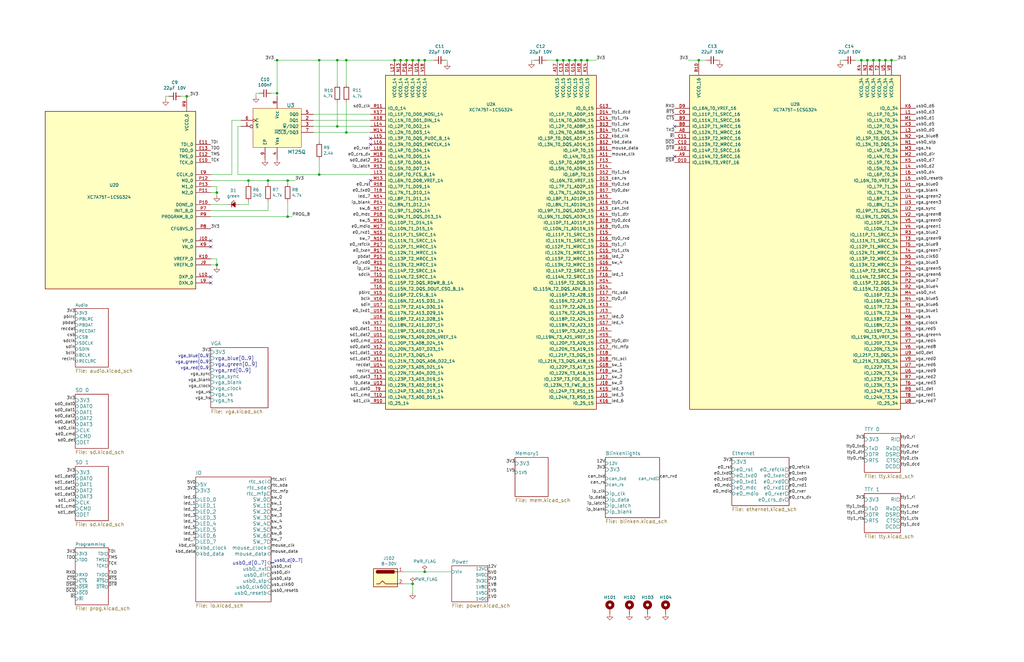
<source format=kicad_sch>
(kicad_sch (version 20211123) (generator eeschema)
  (paper "B")
  (title_block (title "Ammonite") (date "2022-01-11") (rev "${Version}") (company "RetroComputing Reproductions"))
  (junction (at 78.74 40.64))
  (junction (at 91.44 81.28))
  (junction (at 171.45 25.4))
  (junction (at 116.84 25.4))
  (junction (at 240.03 25.4))
  (junction (at 294.64 25.4))
  (junction (at 146.05 55.88))
  (junction (at 142.24 53.34))
  (junction (at 142.24 25.4))
  (junction (at 173.99 246.38))
  (junction (at 91.44 111.76))
  (junction (at 116.84 39.37))
  (junction (at 363.22 25.4))
  (junction (at 247.65 25.4))
  (junction (at 168.91 25.4))
  (junction (at 166.37 25.4))
  (junction (at 121.285 91.44))
  (junction (at 370.84 25.4))
  (junction (at 368.3 25.4))
  (junction (at 375.92 25.4))
  (junction (at 373.38 25.4))
  (junction (at 104.775 76.2))
  (junction (at 176.53 25.4))
  (junction (at 365.76 25.4))
  (junction (at 146.05 25.4))
  (junction (at 134.62 25.4))
  (junction (at 237.49 25.4))
  (junction (at 179.07 25.4))
  (junction (at 134.62 73.66))
  (junction (at 173.99 25.4))
  (junction (at 179.07 241.3))
  (junction (at 245.11 25.4))
  (junction (at 113.03 76.2))
  (junction (at 242.57 25.4))
  (junction (at 234.95 25.4))
  (junction (at 121.285 76.2))
  (no_connect (at 284.48 53.34))
  (no_connect (at 88.9 119.38))
  (no_connect (at 156.21 60.96))
  (no_connect (at 88.9 116.84))
  (no_connect (at 156.21 76.2))
  (no_connect (at 88.9 101.6))
  (no_connect (at 88.9 104.14))
  (no_connect (at 156.21 58.42))
  (no_connect (at 284.48 66.04))
  (wire (pts (xy 88.9 88.9) (xy 113.03 88.9)))
  (wire (pts (xy 113.03 76.2) (xy 113.03 77.47)))
  (wire (pts (xy 363.22 25.4) (xy 365.76 25.4)))
  (wire (pts (xy 237.49 25.4) (xy 234.95 25.4)))
  (wire (pts (xy 166.37 25.4) (xy 168.91 25.4)))
  (wire (pts (xy 132.08 48.26) (xy 156.21 48.26)))
  (wire (pts (xy 142.24 25.4) (xy 146.05 25.4)))
  (wire (pts (xy 91.44 109.22) (xy 91.44 111.76)))
  (wire (pts (xy 134.62 67.31) (xy 134.62 73.66)))
  (wire (pts (xy 173.99 246.38) (xy 170.18 246.38)))
  (wire (pts (xy 187.96 25.4) (xy 188.595 25.4)))
  (wire (pts (xy 100.33 53.34) (xy 101.6 53.34)))
  (wire (pts (xy 113.03 88.9) (xy 113.03 85.09)))
  (wire (pts (xy 132.08 50.8) (xy 156.21 50.8)))
  (wire (pts (xy 251.46 25.4) (xy 247.65 25.4)))
  (wire (pts (xy 375.92 25.4) (xy 378.46 25.4)))
  (wire (pts (xy 132.08 53.34) (xy 142.24 53.34)))
  (wire (pts (xy 242.57 25.4) (xy 240.03 25.4)))
  (wire (pts (xy 88.9 73.66) (xy 97.79 73.66)))
  (wire (pts (xy 107.95 40.64) (xy 107.95 39.37)))
  (wire (pts (xy 179.07 241.3) (xy 190.5 241.3)))
  (wire (pts (xy 121.285 77.47) (xy 121.285 76.2)))
  (wire (pts (xy 116.84 25.4) (xy 134.62 25.4)))
  (wire (pts (xy 134.62 25.4) (xy 142.24 25.4)))
  (wire (pts (xy 224.155 25.4) (xy 225.425 25.4)))
  (wire (pts (xy 302.895 25.4) (xy 303.53 25.4)))
  (wire (pts (xy 373.38 25.4) (xy 375.92 25.4)))
  (wire (pts (xy 134.62 25.4) (xy 134.62 59.69)))
  (wire (pts (xy 224.155 26.035) (xy 224.155 25.4)))
  (wire (pts (xy 173.99 250.19) (xy 173.99 246.38)))
  (wire (pts (xy 290.195 25.4) (xy 294.64 25.4)))
  (wire (pts (xy 100.33 73.66) (xy 100.33 53.34)))
  (wire (pts (xy 124.46 76.2) (xy 121.285 76.2)))
  (wire (pts (xy 91.44 81.28) (xy 91.44 78.74)))
  (wire (pts (xy 115.57 25.4) (xy 116.84 25.4)))
  (wire (pts (xy 240.03 25.4) (xy 237.49 25.4)))
  (wire (pts (xy 100.33 73.66) (xy 134.62 73.66)))
  (wire (pts (xy 354.33 25.4) (xy 355.6 25.4)))
  (wire (pts (xy 146.05 25.4) (xy 166.37 25.4)))
  (wire (pts (xy 88.9 111.76) (xy 91.44 111.76)))
  (wire (pts (xy 142.24 53.34) (xy 156.21 53.34)))
  (wire (pts (xy 170.18 241.3) (xy 179.07 241.3)))
  (wire (pts (xy 134.62 73.66) (xy 156.21 73.66)))
  (wire (pts (xy 97.79 50.8) (xy 97.79 73.66)))
  (wire (pts (xy 121.285 91.44) (xy 121.285 85.09)))
  (wire (pts (xy 100.965 86.36) (xy 104.775 86.36)))
  (wire (pts (xy 171.45 25.4) (xy 173.99 25.4)))
  (wire (pts (xy 294.64 25.4) (xy 297.815 25.4)))
  (wire (pts (xy 78.74 40.64) (xy 80.01 40.64)))
  (wire (pts (xy 69.85 40.64) (xy 71.12 40.64)))
  (wire (pts (xy 121.285 76.2) (xy 113.03 76.2)))
  (wire (pts (xy 121.285 91.44) (xy 123.19 91.44)))
  (wire (pts (xy 146.05 55.88) (xy 156.21 55.88)))
  (wire (pts (xy 360.68 25.4) (xy 363.22 25.4)))
  (wire (pts (xy 104.775 85.09) (xy 104.775 86.36)))
  (wire (pts (xy 188.595 25.4) (xy 188.595 26.67)))
  (wire (pts (xy 76.2 40.64) (xy 78.74 40.64)))
  (wire (pts (xy 168.91 25.4) (xy 171.45 25.4)))
  (wire (pts (xy 107.95 39.37) (xy 109.22 39.37)))
  (wire (pts (xy 69.85 41.91) (xy 69.85 40.64)))
  (wire (pts (xy 370.84 25.4) (xy 373.38 25.4)))
  (wire (pts (xy 365.76 25.4) (xy 368.3 25.4)))
  (wire (pts (xy 247.65 25.4) (xy 245.11 25.4)))
  (wire (pts (xy 114.3 39.37) (xy 116.84 39.37)))
  (wire (pts (xy 245.11 25.4) (xy 242.57 25.4)))
  (wire (pts (xy 116.84 25.4) (xy 116.84 39.37)))
  (bus (pts (xy 115.57 237.49) (xy 114.3 237.49)))
  (wire (pts (xy 179.07 25.4) (xy 182.88 25.4)))
  (wire (pts (xy 88.9 86.36) (xy 95.885 86.36)))
  (wire (pts (xy 88.9 76.2) (xy 104.775 76.2)))
  (wire (pts (xy 113.03 76.2) (xy 104.775 76.2)))
  (wire (pts (xy 142.24 43.18) (xy 142.24 53.34)))
  (wire (pts (xy 368.3 25.4) (xy 370.84 25.4)))
  (wire (pts (xy 132.08 55.88) (xy 146.05 55.88)))
  (wire (pts (xy 354.33 26.035) (xy 354.33 25.4)))
  (wire (pts (xy 116.84 39.37) (xy 116.84 40.64)))
  (wire (pts (xy 91.44 111.76) (xy 91.44 112.395)))
  (wire (pts (xy 88.9 81.28) (xy 91.44 81.28)))
  (wire (pts (xy 97.79 50.8) (xy 101.6 50.8)))
  (wire (pts (xy 91.44 82.55) (xy 91.44 81.28)))
  (wire (pts (xy 146.05 35.56) (xy 146.05 25.4)))
  (wire (pts (xy 104.775 76.2) (xy 104.775 77.47)))
  (wire (pts (xy 176.53 25.4) (xy 179.07 25.4)))
  (wire (pts (xy 88.9 91.44) (xy 121.285 91.44)))
  (wire (pts (xy 142.24 35.56) (xy 142.24 25.4)))
  (wire (pts (xy 146.05 43.18) (xy 146.05 55.88)))
  (wire (pts (xy 173.99 25.4) (xy 176.53 25.4)))
  (wire (pts (xy 88.9 109.22) (xy 91.44 109.22)))
  (wire (pts (xy 234.95 25.4) (xy 230.505 25.4)))
  (wire (pts (xy 303.53 25.4) (xy 303.53 26.035)))
  (wire (pts (xy 91.44 78.74) (xy 88.9 78.74)))
  (label "sw_7" (at 156.21 101.6 180))
  (label "3V3" (at 308.61 194.945 180))
  (label "~{CTS}" (at 284.48 50.8 180))
  (label "sd1_dat1" (at 31.75 204.47 180))
  (label "vga_hs" (at 386.08 63.5 0))
  (label "vga_blue1" (at 386.08 132.08 0))
  (label "sw_1" (at 257.81 154.94 0))
  (label "tty0_dsr" (at 379.73 191.77 0))
  (label "pblrc" (at 156.21 124.46 180))
  (label "sw_1" (at 114.3 213.36 0))
  (label "ip_data" (at 156.21 162.56 180))
  (label "sd0_cmd" (at 31.75 184.15 180))
  (label "RXD" (at 284.48 45.72 180))
  (label "sw_3" (at 257.81 157.48 0))
  (label "sd0_dat2" (at 31.75 176.53 180))
  (label "vga_blue7" (at 386.08 119.38 0))
  (label "tty1_dtr" (at 364.49 217.17 180))
  (label "3V3" (at 217.17 195.58 180))
  (label "sdin" (at 31.75 147.32 180))
  (label "TXD" (at 284.48 55.88 180))
  (label "tty1_dsr" (at 257.81 53.34 0))
  (label "sd0_clk" (at 31.75 181.61 180))
  (label "vga_blue3" (at 386.08 111.76 0))
  (label "sw_0" (at 114.3 210.82 0))
  (label "ip_clk" (at 156.21 114.3 180))
  (label "~{DTR}" (at 45.72 247.65 0))
  (label "tty1_ri" (at 379.73 210.82 0))
  (label "tty1_rxd" (at 379.73 214.63 0))
  (label "pbdat" (at 31.75 137.16 180))
  (label "led_6" (at 82.55 226.06 180))
  (label "e0_mdc" (at 156.21 91.44 180))
  (label "tty0_txd" (at 364.49 189.23 180))
  (label "usb0_nxt" (at 386.08 124.46 0))
  (label "vga_blue9" (at 386.08 104.14 0))
  (label "sw_2" (at 257.81 160.02 0))
  (label "e0_txd0" (at 308.61 200.66 180))
  (label "kbd_data" (at 257.81 60.96 0))
  (label "3V3" (at 115.57 25.4 180))
  (label "1V8" (at 205.74 247.65 0))
  (label "3V3" (at 255.27 198.12 180))
  (label "vga_green[0..9]" (at 88.9 153.67 180))
  (label "3V3" (at 364.49 185.42 180))
  (label "e0_mdio" (at 308.61 208.28 180))
  (label "tty1_cts" (at 257.81 106.68 0))
  (label "usb_clk60" (at 114.3 247.65 0))
  (label "ip_data" (at 255.27 210.82 180))
  (label "led_0" (at 257.81 134.62 0))
  (label "tty1_dsr" (at 379.73 217.17 0))
  (label "usb0_stp" (at 114.3 245.11 0))
  (label "vga_green4" (at 386.08 142.24 0))
  (label "3V3" (at 124.46 76.2 0))
  (label "tty1_txd" (at 364.49 214.63 180))
  (label "sd0_det" (at 31.75 186.69 180))
  (label "csb" (at 31.75 142.24 180))
  (label "~{DSR}" (at 31.75 247.65 180))
  (label "~{CTS}" (at 31.75 245.11 180))
  (label "recdat" (at 31.75 139.7 180))
  (label "vga_red7" (at 386.08 170.18 0))
  (label "TMS" (at 88.9 66.04 0))
  (label "vga_green6" (at 386.08 116.84 0))
  (label "sw_6" (at 156.21 88.9 180))
  (label "e0_mdc" (at 308.61 205.74 180))
  (label "e0_crs_dv" (at 332.74 210.82 0))
  (label "tty0_rxd" (at 257.81 101.6 0))
  (label "sd1_dat2" (at 156.21 142.24 180))
  (label "rtc_mfp" (at 257.81 147.32 0))
  (label "sw_5" (at 156.21 93.98 180))
  (label "usb0_d2" (at 386.08 71.12 0))
  (label "sd1_dat1" (at 156.21 149.86 180))
  (label "tty1_dtr" (at 257.81 91.44 0))
  (label "led_1" (at 257.81 116.84 0))
  (label "vga_red5" (at 386.08 139.7 0))
  (label "sd0_dat3" (at 31.75 179.07 180))
  (label "vga_green0" (at 386.08 93.98 0))
  (label "reclrc" (at 31.75 152.4 180))
  (label "led_6" (at 257.81 170.18 0))
  (label "pblrc" (at 31.75 134.62 180))
  (label "5V0" (at 82.55 204.47 180))
  (label "e0_rxer" (at 156.21 63.5 180))
  (label "vga_blue6" (at 386.08 129.54 0))
  (label "ip_latch" (at 255.27 213.36 180))
  (label "sd1_dat0" (at 31.75 201.93 180))
  (label "recdat" (at 156.21 154.94 180))
  (label "e0_rxer" (at 332.74 208.28 0))
  (label "tty1_rxd" (at 257.81 55.88 0))
  (label "3V3" (at 31.75 168.91 180))
  (label "tty1_dcd" (at 379.73 222.25 0))
  (label "tty0_txd" (at 257.81 78.74 0))
  (label "csb" (at 156.21 137.16 180))
  (label "sd0_dat1" (at 31.75 173.99 180))
  (label "vga_green3" (at 386.08 86.36 0))
  (label "e0_rxd0" (at 156.21 111.76 180))
  (label "led_3" (at 82.55 218.44 180))
  (label "usb0_d6" (at 386.08 45.72 0))
  (label "rtc_scl" (at 114.3 203.2 0))
  (label "pbdat" (at 156.21 109.22 180))
  (label "sd0_dat2" (at 156.21 68.58 180))
  (label "~{RTS}" (at 284.48 48.26 180))
  (label "bclk" (at 31.75 149.86 180))
  (label "usb0_d[0..7]" (at 115.57 237.49 0))
  (label "e0_rxd0" (at 332.74 203.2 0))
  (label "sw_5" (at 114.3 223.52 0))
  (label "sd1_clk" (at 156.21 170.18 180))
  (label "tty0_ri" (at 257.81 127 0))
  (label "sd1_cmd" (at 31.75 214.63 180))
  (label "can_rxd" (at 278.13 201.93 0))
  (label "led_0" (at 82.55 210.82 180))
  (label "vga_blue2" (at 386.08 99.06 0))
  (label "3V3" (at 88.9 96.52 0))
  (label "e0_txd0" (at 156.21 81.28 180))
  (label "can_txd" (at 257.81 88.9 0))
  (label "3V3" (at 364.49 210.82 180))
  (label "3V3" (at 290.195 25.4 180))
  (label "vga_green1" (at 386.08 96.52 0))
  (label "e0_rst" (at 308.61 198.12 180))
  (label "tty0_dsr" (at 257.81 81.28 0))
  (label "e0_refclk" (at 332.74 198.12 0))
  (label "ip_clk" (at 255.27 208.28 180))
  (label "TDO" (at 88.9 63.5 0))
  (label "led_4" (at 257.81 137.16 0))
  (label "kbd_clk" (at 82.55 231.14 180))
  (label "~{RTS}" (at 45.72 245.11 0))
  (label "usb0_d0" (at 386.08 55.88 0))
  (label "ip_blank" (at 156.21 86.36 180))
  (label "led_2" (at 257.81 109.22 0))
  (label "e0_rxd1" (at 156.21 99.06 180))
  (label "usb0_d1" (at 386.08 50.8 0))
  (label "vga_blue8" (at 386.08 58.42 0))
  (label "e0_crs_dv" (at 156.21 66.04 180))
  (label "e0_refclk" (at 156.21 104.14 180))
  (label "tty1_ri" (at 257.81 104.14 0))
  (label "~{DCD}" (at 284.48 60.96 180))
  (label "RXD" (at 31.75 242.57 180))
  (label "vga_clock" (at 88.9 163.83 180))
  (label "vga_green8" (at 386.08 91.44 0))
  (label "bclk" (at 156.21 127 180))
  (label "vga_blank" (at 386.08 81.28 0))
  (label "sd0_det" (at 386.08 149.86 0))
  (label "e0_mdio" (at 156.21 96.52 180))
  (label "ip_blank" (at 255.27 215.9 180))
  (label "can_rs" (at 255.27 204.47 180))
  (label "tty1_rts" (at 364.49 219.71 180))
  (label "vga_red8" (at 386.08 147.32 0))
  (label "sd1_cmd" (at 156.21 167.64 180))
  (label "mouse_clk" (at 114.3 231.14 0))
  (label "vga_red1" (at 386.08 167.64 0))
  (label "led_7" (at 82.55 228.6 180))
  (label "1V5" (at 205.74 250.19 0))
  (label "led_5" (at 82.55 223.52 180))
  (label "vga_red6" (at 386.08 154.94 0))
  (label "sd1_dat3" (at 156.21 152.4 180))
  (label "led_5" (at 257.81 167.64 0))
  (label "ip_latch" (at 156.21 71.12 180))
  (label "sw_0" (at 257.81 162.56 0))
  (label "5V0" (at 205.74 242.57 0))
  (label "vga_red[0..9]" (at 88.9 156.21 180))
  (label "vga_blue[0..9]" (at 88.9 151.13 180))
  (label "reclrc" (at 156.21 157.48 180))
  (label "TDI" (at 45.72 233.68 0))
  (label "TDI" (at 88.9 60.96 0))
  (label "led_4" (at 82.55 220.98 180))
  (label "e0_txen" (at 156.21 106.68 180))
  (label "sd1_dat3" (at 31.75 209.55 180))
  (label "tty0_cts" (at 379.73 194.31 0))
  (label "3V3" (at 88.9 148.59 180))
  (label "sd1_dat0" (at 156.21 165.1 180))
  (label "vga_sync" (at 386.08 88.9 0))
  (label "vga_vs" (at 386.08 134.62 0))
  (label "tty0_dcd" (at 379.73 196.85 0))
  (label "tty0_ri" (at 379.73 185.42 0))
  (label "~{RI}" (at 31.75 252.73 180))
  (label "3V3" (at 31.75 132.08 180))
  (label "vga_red0" (at 386.08 152.4 0))
  (label "tty1_cts" (at 379.73 219.71 0))
  (label "3V3" (at 378.46 25.4 0))
  (label "tty0_dtr" (at 364.49 191.77 180))
  (label "usb_clk60" (at 386.08 109.22 0))
  (label "sdin" (at 156.21 129.54 180))
  (label "PROG_B" (at 123.19 91.44 0))
  (label "vga_hs" (at 88.9 168.91 180))
  (label "vga_blue4" (at 386.08 121.92 0))
  (label "~{RI}" (at 284.48 58.42 180))
  (label "vga_green9" (at 386.08 101.6 0))
  (label "sw_6" (at 114.3 226.06 0))
  (label "TCK" (at 45.72 238.76 0))
  (label "tty1_txd" (at 257.81 73.66 0))
  (label "~{DSR}" (at 284.48 68.58 180))
  (label "e0_rxd1" (at 332.74 205.74 0))
  (label "vga_red4" (at 386.08 144.78 0))
  (label "led_3" (at 257.81 165.1 0))
  (label "vga_red9" (at 386.08 157.48 0))
  (label "vga_blank" (at 88.9 161.29 180))
  (label "1V0" (at 205.74 252.73 0))
  (label "sd1_clk" (at 31.75 212.09 180))
  (label "3V3" (at 80.01 40.64 0))
  (label "sw_7" (at 114.3 228.6 0))
  (label "~{DCD}" (at 31.75 250.19 180))
  (label "sdclk" (at 156.21 116.84 180))
  (label "kbd_clk" (at 257.81 58.42 0))
  (label "sd0_cmd" (at 156.21 144.78 180))
  (label "usb0_nxt" (at 114.3 240.03 0))
  (label "TDO" (at 31.75 236.22 180))
  (label "sd0_clk" (at 156.21 45.72 180))
  (label "1V5" (at 217.17 199.39 180))
  (label "sd0_dat0" (at 31.75 171.45 180))
  (label "tty0_dtr" (at 257.81 144.78 0))
  (label "usb0_d3" (at 386.08 48.26 0))
  (label "vga_red2" (at 386.08 160.02 0))
  (label "sdclk" (at 31.75 144.78 180))
  (label "vga_green5" (at 386.08 114.3 0))
  (label "3V3" (at 31.75 199.39 180))
  (label "mouse_data" (at 257.81 63.5 0))
  (label "12V" (at 255.27 195.58 180))
  (label "vga_blue5" (at 386.08 127 0))
  (label "mouse_clk" (at 257.81 66.04 0))
  (label "usb0_d4" (at 386.08 73.66 0))
  (label "usb0_dir" (at 386.08 66.04 0))
  (label "TCK" (at 88.9 68.58 0))
  (label "tty0_rxd" (at 379.73 189.23 0))
  (label "3V3" (at 251.46 25.4 0))
  (label "led_1" (at 82.55 213.36 180))
  (label "can_txd" (at 255.27 201.93 180))
  (label "vga_clock" (at 386.08 137.16 0))
  (label "sd1_dat2" (at 31.75 207.01 180))
  (label "kbd_data" (at 82.55 233.68 180))
  (label "e0_txen" (at 332.74 200.66 0))
  (label "rtc_sda" (at 257.81 124.46 0))
  (label "sw_4" (at 257.81 111.76 0))
  (label "usb0_d5" (at 386.08 53.34 0))
  (label "mouse_data" (at 114.3 233.68 0))
  (label "vga_sync" (at 88.9 158.75 180))
  (label "vga_green2" (at 386.08 83.82 0))
  (label "vga_vs" (at 88.9 166.37 180))
  (label "sd0_dat1" (at 156.21 139.7 180))
  (label "tty0_rts" (at 364.49 194.31 180))
  (label "vga_red3" (at 386.08 162.56 0))
  (label "3V3" (at 31.75 233.68 180))
  (label "tty1_rts" (at 257.81 50.8 0))
  (label "vga_green7" (at 386.08 106.68 0))
  (label "12V" (at 205.74 240.03 0))
  (label "usb0_d7" (at 386.08 68.58 0))
  (label "sd0_dat0" (at 156.21 147.32 180))
  (label "sd0_dat3" (at 156.21 160.02 180))
  (label "usb0_resetb" (at 386.08 76.2 0))
  (label "led_7" (at 156.21 83.82 180))
  (label "3V3" (at 205.74 245.11 0))
  (label "e0_txd1" (at 156.21 132.08 180))
  (label "usb0_stp" (at 386.08 60.96 0))
  (label "can_rs" (at 257.81 76.2 0))
  (label "tty0_rts" (at 257.81 86.36 0))
  (label "rtc_mfp" (at 114.3 208.28 0))
  (label "led_2" (at 82.55 215.9 180))
  (label "sd1_det" (at 386.08 165.1 0))
  (label "TMS" (at 45.72 236.22 0))
  (label "sw_4" (at 114.3 220.98 0))
  (label "TXD" (at 45.72 242.57 0))
  (label "e0_txd1" (at 308.61 203.2 180))
  (label "sw_3" (at 114.3 218.44 0))
  (label "rtc_sda" (at 114.3 205.74 0))
  (label "usb0_dir" (at 114.3 242.57 0))
  (label "~{DTR}" (at 284.48 63.5 180))
  (label "tty0_cts" (at 257.81 96.52 0))
  (label "tty1_dcd" (at 257.81 48.26 0))
  (label "rtc_scl" (at 257.81 152.4 0))
  (label "e0_rst" (at 156.21 78.74 180))
  (label "sd1_det" (at 31.75 217.17 180))
  (label "3V3" (at 82.55 207.01 180))
  (label "tty0_dcd" (at 257.81 93.98 0))
  (label "vga_blue0" (at 386.08 78.74 0))
  (label "sw_2" (at 114.3 215.9 0))
  (label "usb0_resetb" (at 114.3 250.19 0))
  (symbol (lib_id "Connector:Barrel_Jack") (at 162.56 243.84 0) (unit 1)
    (property "Reference" "J102" (at 164.0078 235.585 0))
    (property "Value" "8-30V" (at 164.0078 237.8964 0))
    (property "Footprint" "Connector_BarrelJack:BarrelJack_CUI_PJ-063AH_Horizontal" (effects hide))
    (property "manf#" "PJ-063AH" (effects hide))
  )
  (symbol (lib_id "power:GND") (at 173.99 250.19 0) (unit 1)
    (property "Reference" "#PWR0101" (effects hide))
    (property "Value" "GND" (effects hide))
  )
  (symbol (lib_id "Mechanical:MountingHole_Pad") (at 257.175 256.54 0) (unit 1)
    (property "Reference" "H101" (at 254.635 252.095 0) (effects (justify left)))
    (property "Value" "MountingHole_Pad" (effects hide))
    (property "Footprint" "MountingHole:MountingHole_3.2mm_M3_DIN965_Pad" (effects hide))
    (property "DNP" "x" (effects hide))
  )
  (symbol (lib_id "power:GND") (at 257.175 259.08 0) (unit 1)
    (property "Reference" "#PWR0102" (effects hide))
    (property "Value" "GND" (effects hide))
  )
  (symbol (lib_id "Mechanical:MountingHole_Pad") (at 265.43 256.54 0) (unit 1)
    (property "Reference" "H102" (at 262.89 252.095 0) (effects (justify left)))
    (property "Value" "MountingHole_Pad" (effects hide))
    (property "Footprint" "MountingHole:MountingHole_3.2mm_M3_DIN965_Pad" (effects hide))
    (property "DNP" "x" (effects hide))
  )
  (symbol (lib_id "power:GND") (at 265.43 259.08 0) (unit 1)
    (property "Reference" "#PWR0103" (effects hide))
    (property "Value" "GND" (effects hide))
  )
  (symbol (lib_id "Mechanical:MountingHole_Pad") (at 273.05 256.54 0) (unit 1)
    (property "Reference" "H103" (at 270.51 252.095 0) (effects (justify left)))
    (property "Value" "MountingHole_Pad" (effects hide))
    (property "Footprint" "MountingHole:MountingHole_3.2mm_M3_DIN965_Pad" (effects hide))
    (property "DNP" "x" (effects hide))
  )
  (symbol (lib_id "power:GND") (at 273.05 259.08 0) (unit 1)
    (property "Reference" "#PWR0104" (effects hide))
    (property "Value" "GND" (effects hide))
  )
  (symbol (lib_id "Mechanical:MountingHole_Pad") (at 280.67 256.54 0) (unit 1)
    (property "Reference" "H104" (at 278.13 252.095 0) (effects (justify left)))
    (property "Value" "MountingHole_Pad" (effects hide))
    (property "Footprint" "MountingHole:MountingHole_3.2mm_M3_DIN965_Pad" (effects hide))
    (property "DNP" "x" (effects hide))
  )
  (symbol (lib_id "power:GND") (at 280.67 259.08 0) (unit 1)
    (property "Reference" "#PWR0105" (effects hide))
    (property "Value" "GND" (effects hide))
  )
  (symbol (lib_id "power:PWR_FLAG") (at 179.07 241.3 0) (unit 1)
    (property "Reference" "#FLG0102" (effects hide))
    (property "Value" "PWR_FLAG" (at 179.07 236.9058 0))
  )
  (symbol (lib_id "power:PWR_FLAG") (at 173.99 246.38 0) (unit 1)
    (property "Reference" "#FLG0103" (effects hide))
    (property "Value" "PWR_FLAG" (at 179.705 244.475 0))
  )
  (symbol (lib_id "Device:C_Small") (at 227.965 25.4 90) (unit 1)
    (property "Reference" "C12" (at 227.965 19.5834 90))
    (property "Value" "22µF 10V" (at 227.965 21.8948 90))
    (property "Footprint" "Capacitor_SMD:C_0603_1608Metric" (effects hide))
    (property "Description" "Cap 22uF 10V 0603" (effects hide))
    (property "type" "SMD" (effects hide))
  )
  (symbol (lib_id "power:GND") (at 107.95 40.64 0) (unit 1)
    (property "Reference" "#PWR0241" (effects hide))
    (property "Value" "GND" (effects hide))
  )
  (symbol (lib_id "power:GND") (at 188.595 26.67 0) (unit 1)
    (property "Reference" "#PWR0248" (effects hide))
    (property "Value" "GND" (effects hide))
  )
  (symbol (lib_id "Device:C_Small") (at 185.42 25.4 90) (unit 1)
    (property "Reference" "C11" (at 185.42 19.5834 90))
    (property "Value" "22µF 10V" (at 185.42 21.8948 90))
    (property "Footprint" "Capacitor_SMD:C_0603_1608Metric" (effects hide))
    (property "Description" "Cap 22uF 10V 0603" (effects hide))
    (property "type" "SMD" (effects hide))
  )
  (symbol (lib_id "Device:R") (at 134.62 63.5 0) (mirror y) (unit 1)
    (property "Reference" "R9" (at 136.3472 62.3316 0) (effects (justify right)))
    (property "Value" "2.4k" (at 136.3472 64.643 0) (effects (justify right)))
    (property "Footprint" "Resistor_SMD:R_0603_1608Metric" (effects hide))
    (property "type" "SMD" (effects hide))
    (property "Description" "Res 2.4k 0603" (effects hide))
  )
  (symbol (lib_id "Device:C_Small") (at 73.66 40.64 90) (unit 1)
    (property "Reference" "C9" (at 73.66 34.8234 90))
    (property "Value" "22µF 10V" (at 73.66 37.1348 90))
    (property "Footprint" "Capacitor_SMD:C_0603_1608Metric" (effects hide))
    (property "Description" "Cap 22uF 10V 0603" (effects hide))
    (property "type" "SMD" (effects hide))
  )
  (symbol (lib_id "Device:R") (at 104.775 81.28 0) (mirror y) (unit 1)
    (property "Reference" "R6" (at 106.553 80.1116 0) (effects (justify right)))
    (property "Value" "240" (at 106.553 82.423 0) (effects (justify right)))
    (property "Footprint" "Resistor_SMD:R_0603_1608Metric" (effects hide))
    (property "type" "SMD" (effects hide))
    (property "Description" "Res 240 0603" (effects hide))
  )
  (symbol (lib_id "power:GND") (at 116.84 67.31 0) (unit 1)
    (property "Reference" "#PWR0243" (effects hide))
    (property "Value" "GND" (effects hide))
  )
  (symbol (lib_id "Device:R") (at 121.285 81.28 0) (mirror y) (unit 1)
    (property "Reference" "R8" (at 123.063 80.1116 0) (effects (justify right)))
    (property "Value" "4.7k" (at 123.063 82.423 0) (effects (justify right)))
    (property "Footprint" "Resistor_SMD:R_0603_1608Metric" (effects hide))
    (property "type" "SMD" (effects hide))
    (property "Description" "Res 4.7k 0603" (effects hide))
  )
  (symbol (lib_id "FPGA_Xilinx_Artix7:XC7A75T-CSG324") (at 207.01 99.06 0) (unit 1)
    (property "Reference" "U2" (at 207.01 44.0182 0))
    (property "Value" "XC7A75T-1CSG324" (at 207.01 46.3296 0))
    (property "Footprint" "Package_BGA:Xilinx_CSG324" (effects hide))
    (property "manf#" "XC7A75T-1CSG324C" (effects hide))
    (property "Manu" "Xilinx" (effects hide))
    (property "Description" "Xilinx Artix-7 FPGA" (effects hide))
    (property "type" "SMD" (effects hide))
  )
  (symbol (lib_id "power:GND") (at 354.33 26.035 0) (unit 1)
    (property "Reference" "#PWR0249" (effects hide))
    (property "Value" "GND" (effects hide))
  )
  (symbol (lib_id "FPGA_Xilinx_Artix7:XC7A75T-CSG324") (at 50.8 81.28 0) (unit 4)
    (property "Reference" "U2" (at 50.165 78.105 0) (effects (justify right)))
    (property "Value" "XC7A75T-1CSG324" (at 55.245 83.185 0) (effects (justify right)))
    (property "Footprint" "Package_BGA:Xilinx_CSG324" (effects hide))
    (property "manf#" "XC7A75T-1CSG324C" (effects hide))
    (property "Manu" "Xilinx" (effects hide))
    (property "Description" "Xilinx Artix-7 FPGA" (effects hide))
    (property "type" "SMD" (effects hide))
  )
  (symbol (lib_id "myLib:MT25Q-mlp8") (at 116.84 53.34 0) (unit 1)
    (property "Reference" "U3" (at 122.555 44.45 0) (effects (font (size 1.524 1.524))))
    (property "Value" "MT25Q" (at 125.095 64.135 0) (effects (font (size 1.524 1.524))))
    (property "Footprint" "Package_DFN_QFN:DFN-8-1EP_6x5mm_P1.27mm_EP4x4mm" (effects hide))
    (property "Datasheet" "https://www.micron.com/~/media/documents/products/data-sheet/nor-flash/serial-nor/mt25q/die-rev-a/mt25q_qljs_l_256_aba_0.pdf" (effects hide))
    (property "manf#" "MT25QL128ABA1EW7-0SIT" (effects hide))
    (property "Description" "Serial Flash Memory 128Mb" (effects hide))
    (property "Manu" "Micron" (effects hide))
    (property "type" "SMD" (effects hide))
  )
  (symbol (lib_id "Device:R") (at 146.05 39.37 0) (mirror y) (unit 1)
    (property "Reference" "R11" (at 148.59 38.0999 0) (effects (justify right)))
    (property "Value" "4.7k" (at 148.59 40.6399 0) (effects (justify right)))
    (property "Footprint" "Resistor_SMD:R_0603_1608Metric" (effects hide))
    (property "type" "SMD" (effects hide))
    (property "Description" "Res 4.7k 0603" (effects hide))
  )
  (symbol (lib_id "Device:C_Small") (at 111.76 39.37 90) (unit 1)
    (property "Reference" "C10" (at 111.76 33.5534 90))
    (property "Value" "100nF" (at 111.76 35.8648 90))
    (property "Footprint" "Capacitor_SMD:C_0603_1608Metric" (effects hide))
    (property "Description" "Cap 100nF 0603" (effects hide))
    (property "type" "SMD" (effects hide))
  )
  (symbol (lib_id "Device:R") (at 142.24 39.37 0) (mirror y) (unit 1)
    (property "Reference" "R10" (at 140.5128 38.2016 0) (effects (justify left)))
    (property "Value" "4.7k" (at 140.5128 40.513 0) (effects (justify left)))
    (property "Footprint" "Resistor_SMD:R_0603_1608Metric" (effects hide))
    (property "type" "SMD" (effects hide))
    (property "Description" "Res 4.7k 0603" (effects hide))
  )
  (symbol (lib_id "power:GND") (at 224.155 26.035 0) (unit 1)
    (property "Reference" "#PWR0247" (effects hide))
    (property "Value" "GND" (effects hide))
  )
  (symbol (lib_id "Device:C_Small") (at 358.14 25.4 90) (unit 1)
    (property "Reference" "C14" (at 358.14 19.5834 90))
    (property "Value" "22µF 10V" (at 358.14 21.8948 90))
    (property "Footprint" "Capacitor_SMD:C_0603_1608Metric" (effects hide))
    (property "Description" "Cap 22uF 10V 0603" (effects hide))
    (property "type" "SMD" (effects hide))
  )
  (symbol (lib_id "power:GND") (at 111.76 67.31 0) (unit 1)
    (property "Reference" "#PWR0240" (effects hide))
    (property "Value" "GND" (effects hide))
  )
  (symbol (lib_id "FPGA_Xilinx_Artix7:XC7A75T-CSG324") (at 335.28 99.06 0) (unit 2)
    (property "Reference" "U2" (at 335.28 44.0182 0))
    (property "Value" "XC7A75T-1CSG324" (at 335.28 46.3296 0))
    (property "Footprint" "Package_BGA:Xilinx_CSG324" (effects hide))
    (property "manf#" "XC7A75T-1CSG324C" (effects hide))
    (property "Manu" "Xilinx" (effects hide))
    (property "Description" "Xilinx Artix-7 FPGA" (effects hide))
    (property "type" "SMD" (effects hide))
  )
  (symbol (lib_id "power:GND") (at 303.53 26.035 0) (unit 1)
    (property "Reference" "#PWR0246" (effects hide))
    (property "Value" "GND" (effects hide))
  )
  (symbol (lib_id "power:GND") (at 91.44 112.395 0) (mirror y) (unit 1)
    (property "Reference" "#PWR0242" (effects hide))
    (property "Value" "GND" (effects hide))
  )
  (symbol (lib_id "Device:LED_Small_Filled") (at 98.425 86.36 0) (unit 1)
    (property "Reference" "D1" (at 98.425 80.391 0))
    (property "Value" "green" (at 98.425 82.7024 0))
    (property "Footprint" "LED_SMD:LED_0603_1608Metric" (effects hide))
    (property "manf#" "LTST-C190KGKT" (effects hide))
    (property "Description" "LED 0603 green" (effects hide))
    (property "Manu" "Lite-On" (effects hide))
    (property "type" "SMD" (effects hide))
  )
  (symbol (lib_id "Device:C_Small") (at 300.355 25.4 90) (unit 1)
    (property "Reference" "C13" (at 300.355 19.5834 90))
    (property "Value" "22µF 10V" (at 300.355 21.8948 90))
    (property "Footprint" "Capacitor_SMD:C_0603_1608Metric" (effects hide))
    (property "Description" "Cap 22uF 10V 0603" (effects hide))
    (property "type" "SMD" (effects hide))
  )
  (symbol (lib_id "power:GND") (at 69.85 41.91 0) (unit 1)
    (property "Reference" "#PWR0245" (effects hide))
    (property "Value" "GND" (effects hide))
  )
  (symbol (lib_id "power:GND") (at 91.44 82.55 0) (unit 1)
    (property "Reference" "#PWR0244" (effects hide))
    (property "Value" "GND" (effects hide))
  )
  (symbol (lib_id "Device:R") (at 113.03 81.28 0) (mirror y) (unit 1)
    (property "Reference" "R7" (at 114.808 80.1116 0) (effects (justify right)))
    (property "Value" "4.7k" (at 114.808 82.423 0) (effects (justify right)))
    (property "Footprint" "Resistor_SMD:R_0603_1608Metric" (effects hide))
    (property "type" "SMD" (effects hide))
    (property "Description" "Res 4.7k 0603" (effects hide))
  )
  (sheet (at 31.75 130.175) (size 13.97 24.765)
    (property "Sheet name" "Audio" (at 31.75 129.4634 0) (effects (justify left bottom)))
    (property "Sheet file" "audio.kicad_sch" (at 31.75 155.6262 0) (effects (font (size 1.524 1.524)) (justify left top)))
    (pin "3V3" input (at 31.75 132.08 180))
    (pin "PBLRC" input (at 31.75 134.62 180))
    (pin "PBDAT" input (at 31.75 137.16 180))
    (pin "RECDAT" input (at 31.75 139.7 180))
    (pin "CSB" input (at 31.75 142.24 180))
    (pin "SDCLK" input (at 31.75 144.78 180))
    (pin "SDIN" bidirectional (at 31.75 147.32 180))
    (pin "BCLK" bidirectional (at 31.75 149.86 180))
    (pin "RECLRC" bidirectional (at 31.75 152.4 180))
  )
  (sheet (at 190.5 238.76) (size 15.24 15.24)
    (property "Sheet name" "Power" (at 190.5 237.9214 0) (effects (font (size 1.524 1.524)) (justify left bottom)))
    (property "Sheet file" "power.kicad_sch" (at 190.5 254.6862 0) (effects (font (size 1.524 1.524)) (justify left top)))
    (pin "3V3" output (at 205.74 245.11 0))
    (pin "Vin" input (at 190.5 241.3 180))
    (pin "5V0" output (at 205.74 242.57 0))
    (pin "1V0" output (at 205.74 252.73 0))
    (pin "1V5" output (at 205.74 250.19 0))
    (pin "1V8" output (at 205.74 247.65 0))
    (pin "12V" output (at 205.74 240.03 0))
  )
  (sheet (at 255.27 193.04) (size 22.86 25.4)
    (property "Sheet name" "Blinkenlights" (at 255.27 192.2014 0) (effects (font (size 1.524 1.524)) (justify left bottom)))
    (property "Sheet file" "blinken.kicad_sch" (at 255.27 219.1262 0) (effects (font (size 1.524 1.524)) (justify left top)))
    (pin "ip_clk" input (at 255.27 208.28 180) (effects (font (size 1.524 1.524))))
    (pin "ip_data" input (at 255.27 210.82 180) (effects (font (size 1.524 1.524))))
    (pin "ip_latch" input (at 255.27 213.36 180) (effects (font (size 1.524 1.524))))
    (pin "ip_blank" input (at 255.27 215.9 180) (effects (font (size 1.524 1.524))))
    (pin "3V3" input (at 255.27 198.12 180) (effects (font (size 1.524 1.524))))
    (pin "can_txd" input (at 255.27 201.93 180))
    (pin "can_rxd" output (at 278.13 201.93 0))
    (pin "can_rs" input (at 255.27 204.47 180))
    (pin "12V" input (at 255.27 195.58 180))
  )
  (sheet (at 31.75 166.37) (size 13.97 22.86)
    (property "Sheet name" "SD 0" (at 31.75 165.5314 0) (effects (font (size 1.524 1.524)) (justify left bottom)))
    (property "Sheet file" "sd.kicad_sch" (at 31.75 189.9162 0) (effects (font (size 1.524 1.524)) (justify left top)))
    (pin "DAT2" bidirectional (at 31.75 176.53 180) (effects (font (size 1.524 1.524))))
    (pin "DAT3" bidirectional (at 31.75 179.07 180) (effects (font (size 1.524 1.524))))
    (pin "CMD" input (at 31.75 184.15 180) (effects (font (size 1.524 1.524))))
    (pin "CLK" input (at 31.75 181.61 180) (effects (font (size 1.524 1.524))))
    (pin "DAT0" bidirectional (at 31.75 171.45 180) (effects (font (size 1.524 1.524))))
    (pin "DAT1" bidirectional (at 31.75 173.99 180) (effects (font (size 1.524 1.524))))
    (pin "DET" output (at 31.75 186.69 180) (effects (font (size 1.524 1.524))))
    (pin "3V3" input (at 31.75 168.91 180) (effects (font (size 1.524 1.524))))
  )
  (sheet (at 31.75 196.85) (size 13.97 22.86)
    (property "Sheet name" "SD 1" (at 31.75 196.0114 0) (effects (font (size 1.524 1.524)) (justify left bottom)))
    (property "Sheet file" "sd.kicad_sch" (at 31.75 220.3962 0) (effects (font (size 1.524 1.524)) (justify left top)))
    (pin "DAT2" bidirectional (at 31.75 207.01 180) (effects (font (size 1.524 1.524))))
    (pin "DAT3" bidirectional (at 31.75 209.55 180) (effects (font (size 1.524 1.524))))
    (pin "CMD" input (at 31.75 214.63 180) (effects (font (size 1.524 1.524))))
    (pin "CLK" input (at 31.75 212.09 180) (effects (font (size 1.524 1.524))))
    (pin "DAT0" bidirectional (at 31.75 201.93 180) (effects (font (size 1.524 1.524))))
    (pin "DAT1" bidirectional (at 31.75 204.47 180) (effects (font (size 1.524 1.524))))
    (pin "DET" output (at 31.75 217.17 180) (effects (font (size 1.524 1.524))))
    (pin "3V3" input (at 31.75 199.39 180) (effects (font (size 1.524 1.524))))
  )
  (sheet (at 364.49 182.88) (size 15.24 16.51)
    (property "Sheet name" "TTY 0" (at 364.49 182.0414 0) (effects (font (size 1.524 1.524)) (justify left bottom)))
    (property "Sheet file" "tty.kicad_sch" (at 364.49 200.0762 0) (effects (font (size 1.524 1.524)) (justify left top)))
    (pin "TxD" input (at 364.49 189.23 180) (effects (font (size 1.524 1.524))))
    (pin "DTR" input (at 364.49 191.77 180) (effects (font (size 1.524 1.524))))
    (pin "RTS" input (at 364.49 194.31 180) (effects (font (size 1.524 1.524))))
    (pin "RxD" output (at 379.73 189.23 0) (effects (font (size 1.524 1.524))))
    (pin "RI" output (at 379.73 185.42 0) (effects (font (size 1.524 1.524))))
    (pin "DCD" output (at 379.73 196.85 0) (effects (font (size 1.524 1.524))))
    (pin "DSR" output (at 379.73 191.77 0) (effects (font (size 1.524 1.524))))
    (pin "CTS" output (at 379.73 194.31 0) (effects (font (size 1.524 1.524))))
    (pin "3V3" input (at 364.49 185.42 180) (effects (font (size 1.524 1.524))))
  )
  (sheet (at 364.49 208.28) (size 15.24 16.51)
    (property "Sheet name" "TTY 1" (at 364.49 207.4414 0) (effects (font (size 1.524 1.524)) (justify left bottom)))
    (property "Sheet file" "tty.kicad_sch" (at 364.49 225.4762 0) (effects (font (size 1.524 1.524)) (justify left top)))
    (pin "TxD" input (at 364.49 214.63 180) (effects (font (size 1.524 1.524))))
    (pin "DTR" input (at 364.49 217.17 180) (effects (font (size 1.524 1.524))))
    (pin "RTS" input (at 364.49 219.71 180) (effects (font (size 1.524 1.524))))
    (pin "RxD" output (at 379.73 214.63 0) (effects (font (size 1.524 1.524))))
    (pin "RI" output (at 379.73 210.82 0) (effects (font (size 1.524 1.524))))
    (pin "DCD" output (at 379.73 222.25 0) (effects (font (size 1.524 1.524))))
    (pin "DSR" output (at 379.73 217.17 0) (effects (font (size 1.524 1.524))))
    (pin "CTS" output (at 379.73 219.71 0) (effects (font (size 1.524 1.524))))
    (pin "3V3" input (at 364.49 210.82 180) (effects (font (size 1.524 1.524))))
  )
  (sheet (at 308.61 193.04) (size 24.13 20.32)
    (property "Sheet name" "Ethernet" (at 308.61 192.2014 0) (effects (font (size 1.524 1.524)) (justify left bottom)))
    (property "Sheet file" "ethernet.kicad_sch" (at 308.61 214.0462 0) (effects (font (size 1.524 1.524)) (justify left top)))
    (pin "3V3" input (at 308.61 194.945 180) (effects (font (size 1.524 1.524))))
    (pin "e0_rst" input (at 308.61 198.12 180) (effects (font (size 1.524 1.524))))
    (pin "e0_refclk" output (at 332.74 198.12 0) (effects (font (size 1.524 1.524))))
    (pin "e0_txd0" input (at 308.61 200.66 180) (effects (font (size 1.524 1.524))))
    (pin "e0_txd1" input (at 308.61 203.2 180) (effects (font (size 1.524 1.524))))
    (pin "e0_txen" output (at 332.74 200.66 0) (effects (font (size 1.524 1.524))))
    (pin "e0_mdio" bidirectional (at 308.61 208.28 180) (effects (font (size 1.524 1.524))))
    (pin "e0_mdc" input (at 308.61 205.74 180) (effects (font (size 1.524 1.524))))
    (pin "e0_crs_dv" output (at 332.74 210.82 0) (effects (font (size 1.524 1.524))))
    (pin "e0_rxer" output (at 332.74 208.28 0) (effects (font (size 1.524 1.524))))
    (pin "e0_rxd0" output (at 332.74 203.2 0) (effects (font (size 1.524 1.524))))
    (pin "e0_rxd1" output (at 332.74 205.74 0) (effects (font (size 1.524 1.524))))
  )
  (sheet (at 88.9 146.685) (size 24.13 25.4)
    (property "Sheet name" "VGA" (at 88.9 145.8464 0) (effects (font (size 1.524 1.524)) (justify left bottom)))
    (property "Sheet file" "vga.kicad_sch" (at 88.9 172.7712 0) (effects (font (size 1.524 1.524)) (justify left top)))
    (pin "vga_vs" input (at 88.9 166.37 180) (effects (font (size 1.524 1.524))))
    (pin "vga_hs" input (at 88.9 168.91 180) (effects (font (size 1.524 1.524))))
    (pin "3V3" input (at 88.9 148.59 180) (effects (font (size 1.524 1.524))))
    (pin "vga_blue[0..9]" input (at 88.9 151.13 180) (effects (font (size 1.524 1.524))))
    (pin "vga_green[0..9]" input (at 88.9 153.67 180) (effects (font (size 1.524 1.524))))
    (pin "vga_red[0..9]" input (at 88.9 156.21 180) (effects (font (size 1.524 1.524))))
    (pin "vga_sync" input (at 88.9 158.75 180) (effects (font (size 1.524 1.524))))
    (pin "vga_blank" input (at 88.9 161.29 180) (effects (font (size 1.524 1.524))))
    (pin "vga_clock" input (at 88.9 163.83 180) (effects (font (size 1.524 1.524))))
  )
  (sheet (at 82.55 201.295) (size 31.75 52.705)
    (property "Sheet name" "IO" (at 82.55 200.4564 0) (effects (font (size 1.524 1.524)) (justify left bottom)))
    (property "Sheet file" "io.kicad_sch" (at 82.55 254.6862 0) (effects (font (size 1.524 1.524)) (justify left top)))
    (pin "3V3" input (at 82.55 207.01 180) (effects (font (size 1.524 1.524))))
    (pin "5V" input (at 82.55 204.47 180) (effects (font (size 1.524 1.524))))
    (pin "LED_0" input (at 82.55 210.82 180) (effects (font (size 1.524 1.524))))
    (pin "LED_1" input (at 82.55 213.36 180) (effects (font (size 1.524 1.524))))
    (pin "LED_2" input (at 82.55 215.9 180) (effects (font (size 1.524 1.524))))
    (pin "LED_3" input (at 82.55 218.44 180) (effects (font (size 1.524 1.524))))
    (pin "LED_4" input (at 82.55 220.98 180) (effects (font (size 1.524 1.524))))
    (pin "LED_5" input (at 82.55 223.52 180) (effects (font (size 1.524 1.524))))
    (pin "LED_6" input (at 82.55 226.06 180) (effects (font (size 1.524 1.524))))
    (pin "LED_7" input (at 82.55 228.6 180) (effects (font (size 1.524 1.524))))
    (pin "SW_0" output (at 114.3 210.82 0) (effects (font (size 1.524 1.524))))
    (pin "SW_1" output (at 114.3 213.36 0) (effects (font (size 1.524 1.524))))
    (pin "SW_2" output (at 114.3 215.9 0) (effects (font (size 1.524 1.524))))
    (pin "SW_3" output (at 114.3 218.44 0) (effects (font (size 1.524 1.524))))
    (pin "SW_4" output (at 114.3 220.98 0) (effects (font (size 1.524 1.524))))
    (pin "SW_5" output (at 114.3 223.52 0) (effects (font (size 1.524 1.524))))
    (pin "SW_6" output (at 114.3 226.06 0) (effects (font (size 1.524 1.524))))
    (pin "SW_7" output (at 114.3 228.6 0) (effects (font (size 1.524 1.524))))
    (pin "kbd_clock" bidirectional (at 82.55 231.14 180) (effects (font (size 1.524 1.524))))
    (pin "kbd_data" bidirectional (at 82.55 233.68 180) (effects (font (size 1.524 1.524))))
    (pin "mouse_clock" bidirectional (at 114.3 231.14 0) (effects (font (size 1.524 1.524))))
    (pin "mouse_data" bidirectional (at 114.3 233.68 0) (effects (font (size 1.524 1.524))))
    (pin "usb0_nxt" output (at 114.3 240.03 0) (effects (font (size 1.524 1.524))))
    (pin "usb0_dir" output (at 114.3 242.57 0) (effects (font (size 1.524 1.524))))
    (pin "usb0_stp" input (at 114.3 245.11 0) (effects (font (size 1.524 1.524))))
    (pin "usb0_clk60" output (at 114.3 247.65 0) (effects (font (size 1.524 1.524))))
    (pin "usb0_resetb" input (at 114.3 250.19 0) (effects (font (size 1.524 1.524))))
    (pin "rtc_scl" bidirectional (at 114.3 203.2 0) (effects (font (size 1.524 1.524))))
    (pin "rtc_sda" bidirectional (at 114.3 205.74 0) (effects (font (size 1.524 1.524))))
    (pin "rtc_mfp" output (at 114.3 208.28 0) (effects (font (size 1.524 1.524))))
    (pin "usb0_d[0..7]" bidirectional (at 114.3 237.49 0) (effects (font (size 1.524 1.524))))
  )
  (sheet (at 217.17 193.04) (size 13.97 16.51)
    (property "Sheet name" "Memory1" (at 217.17 192.2014 0) (effects (font (size 1.524 1.524)) (justify left bottom)))
    (property "Sheet file" "mem.kicad_sch" (at 217.17 210.2362 0) (effects (font (size 1.524 1.524)) (justify left top)))
    (pin "3V3" input (at 217.17 195.58 180) (effects (font (size 1.524 1.524))))
    (pin "1V5" input (at 217.17 199.39 180))
  )
  (sheet (at 31.75 231.14) (size 13.97 24.13) (stroke (width 0.1524))
    (property "Sheet name" "Programming" (at 31.75 230.4284 0) (effects (justify left bottom)))
    (property "Sheet file" "prog.kicad_sch" (at 31.75 255.8547 0) (effects (font (size 1.524 1.524)) (justify left top)))
    (pin "RXD" input (at 31.75 242.57 180))
    (pin "~{RTS}" output (at 45.72 245.11 0))
    (pin "~{CTS}" input (at 31.75 245.11 180))
    (pin "TXD" output (at 45.72 242.57 0))
    (pin "~{DSR}" input (at 31.75 247.65 180))
    (pin "~{DCD}" input (at 31.75 250.19 180))
    (pin "~{DTR}" output (at 45.72 247.65 0))
    (pin "~{RI}" input (at 31.75 252.73 180))
    (pin "3V3" input (at 31.75 233.68 180))
    (pin "TDI" output (at 45.72 233.68 0))
    (pin "TMS" output (at 45.72 236.22 0))
    (pin "TDO" input (at 31.75 236.22 180))
    (pin "TCK" output (at 45.72 238.76 0))
  )
)
</source>
